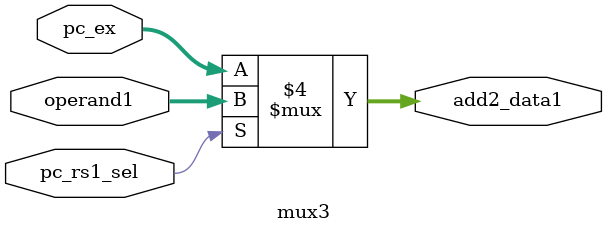
<source format=v>
`timescale 1ns / 1ps

module mux3 (
    input               pc_rs1_sel,     // control signal
    input [31:0]        pc_ex,
    input [31:0]        operand1,
    output reg [31:0]   add2_data1      // 1st input of Add2 module 
);

    always @(*) begin
        if (pc_rs1_sel == 0) begin
            add2_data1 = pc_ex;
        end else begin
            add2_data1 = operand1;
        end
    end

endmodule

</source>
